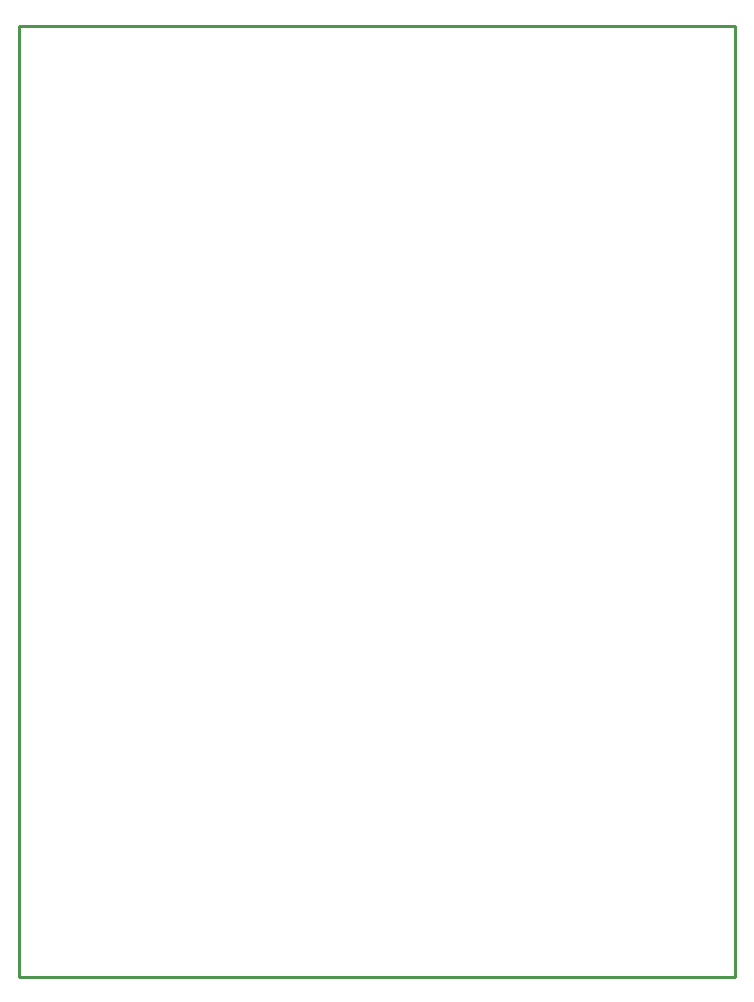
<source format=gko>
%FSLAX25Y25*%
%MOIN*%
G70*
G01*
G75*
G04 Layer_Color=16711935*
%ADD10O,0.06496X0.01969*%
%ADD11R,0.06496X0.01969*%
%ADD12R,0.05512X0.04331*%
%ADD13R,0.05906X0.05512*%
%ADD14R,0.05512X0.05906*%
%ADD15R,0.04331X0.05512*%
%ADD16R,0.28740X0.10433*%
%ADD17R,0.04331X0.10236*%
%ADD18R,0.16732X0.10906*%
%ADD19R,0.08661X0.03937*%
%ADD20O,0.08661X0.03937*%
%ADD21R,0.08661X0.12795*%
G04:AMPARAMS|DCode=22|XSize=55.12mil|YSize=25.59mil|CornerRadius=0mil|HoleSize=0mil|Usage=FLASHONLY|Rotation=180.000|XOffset=0mil|YOffset=0mil|HoleType=Round|Shape=Octagon|*
%AMOCTAGOND22*
4,1,8,-0.02756,0.00640,-0.02756,-0.00640,-0.02116,-0.01280,0.02116,-0.01280,0.02756,-0.00640,0.02756,0.00640,0.02116,0.01280,-0.02116,0.01280,-0.02756,0.00640,0.0*
%
%ADD22OCTAGOND22*%

%ADD23R,0.05512X0.02559*%
%ADD24R,0.06000X0.06000*%
%ADD25R,0.04331X0.06693*%
%ADD26O,0.05500X0.03000*%
%ADD27R,0.05500X0.03000*%
%ADD28R,0.10906X0.16732*%
%ADD29R,0.07874X0.09843*%
G04:AMPARAMS|DCode=30|XSize=78.74mil|YSize=98.43mil|CornerRadius=0mil|HoleSize=0mil|Usage=FLASHONLY|Rotation=180.000|XOffset=0mil|YOffset=0mil|HoleType=Round|Shape=Octagon|*
%AMOCTAGOND30*
4,1,8,0.01969,-0.04921,-0.01969,-0.04921,-0.03937,-0.02953,-0.03937,0.02953,-0.01969,0.04921,0.01969,0.04921,0.03937,0.02953,0.03937,-0.02953,0.01969,-0.04921,0.0*
%
%ADD30OCTAGOND30*%

G04:AMPARAMS|DCode=31|XSize=66.93mil|YSize=130mil|CornerRadius=0mil|HoleSize=0mil|Usage=FLASHONLY|Rotation=180.000|XOffset=0mil|YOffset=0mil|HoleType=Round|Shape=Octagon|*
%AMOCTAGOND31*
4,1,8,0.01673,-0.06500,-0.01673,-0.06500,-0.03347,-0.04827,-0.03347,0.04827,-0.01673,0.06500,0.01673,0.06500,0.03347,0.04827,0.03347,-0.04827,0.01673,-0.06500,0.0*
%
%ADD31OCTAGOND31*%

%ADD32R,0.06693X0.13000*%
%ADD33R,0.04724X0.01221*%
%ADD34O,0.04724X0.01221*%
%ADD35R,0.02756X0.01181*%
%ADD36O,0.02756X0.01181*%
%ADD37C,0.01500*%
%ADD38C,0.01000*%
%ADD39C,0.01200*%
%ADD40C,0.03000*%
%ADD41C,0.02000*%
%ADD42C,0.02500*%
%ADD43R,0.05906X0.05906*%
%ADD44C,0.05906*%
%ADD45C,0.06000*%
D38*
X119500Y59000D02*
Y376000D01*
Y59000D02*
X358000D01*
Y376000D01*
X121000D02*
X358000D01*
X119500D02*
X121000D01*
M02*

</source>
